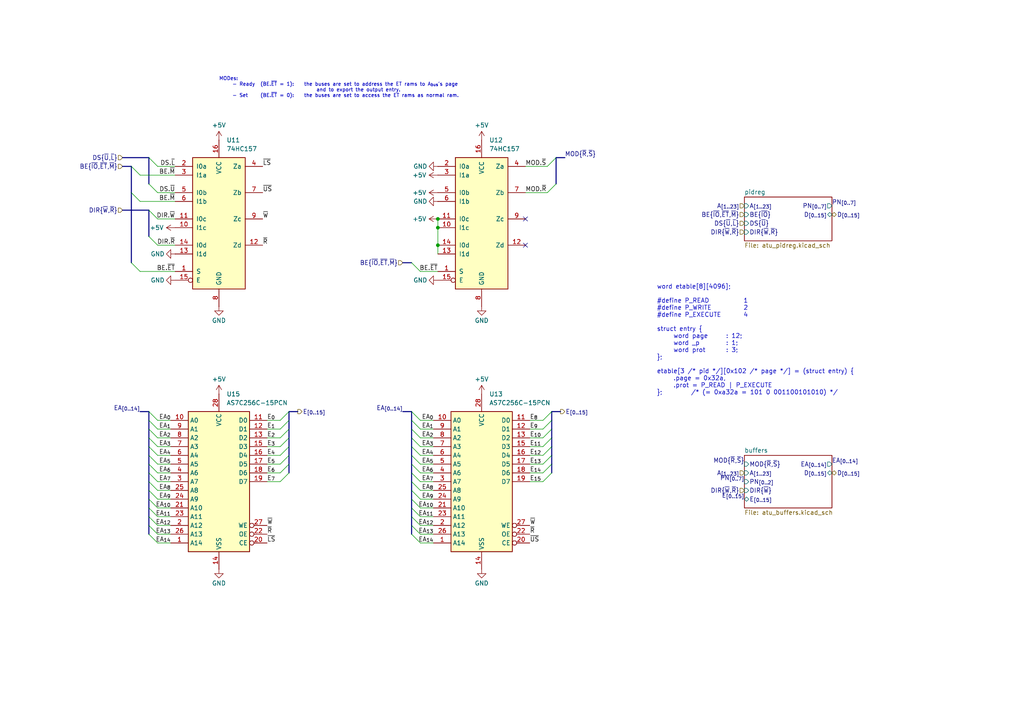
<source format=kicad_sch>
(kicad_sch (version 20250114) (generator "eeschema") (generator_version "9.0")
  (paper "A4")
  (lib_symbols
    (symbol "74xx:74LS157" (pin_names (offset 1.016))
      (property "Reference" "U" (at -7.62 19.05 0))
      (property "Value" "74LS157" (at -7.62 -21.59 0))
      (symbol "74LS157_1_0"
        (pin input line (at -12.7 15.24 0) (length 5.08) (name "I0a") (number "2"))
        (pin input line (at -12.7 12.7 0) (length 5.08) (name "I1a") (number "3"))
        (pin input line (at -12.7 7.62 0) (length 5.08) (name "I0b") (number "5"))
        (pin input line (at -12.7 5.08 0) (length 5.08) (name "I1b") (number "6"))
        (pin input line (at -12.7 0 0) (length 5.08) (name "I0c") (number "11"))
        (pin input line (at -12.7 -2.54 0) (length 5.08) (name "I1c") (number "10"))
        (pin input line (at -12.7 -7.62 0) (length 5.08) (name "I0d") (number "14"))
        (pin input line (at -12.7 -10.16 0) (length 5.08) (name "I1d") (number "13"))
        (pin input line (at -12.7 -15.24 0) (length 5.08) (name "S") (number "1"))
        (pin input inverted (at -12.7 -17.78 0) (length 5.08) (name "E") (number "15"))
        (pin power_in line (at 0 22.86 270) (length 5.08) (name "VCC") (number "16"))
        (pin power_in line (at 0 -25.4 90) (length 5.08) (name "GND") (number "8"))
        (pin output line (at 12.7 15.24 180) (length 5.08) (name "Za") (number "4"))
        (pin output line (at 12.7 7.62 180) (length 5.08) (name "Zb") (number "7"))
        (pin output line (at 12.7 0 180) (length 5.08) (name "Zc") (number "9"))
        (pin output line (at 12.7 -7.62 180) (length 5.08) (name "Zd") (number "12"))
      )
      (symbol "74LS157_1_1"
        (rectangle (start -7.62 17.78) (end 7.62 -20.32) (stroke (width 0.254)) (fill (type background)))
      )
    )
    (symbol "AS7C256C-15PCN:AS7C256C-15PCN"
      (property "Reference" "U" (at 3.81 26.67 0))
      (property "Value" "AS7C256C-15PCN" (at 3.81 24.13 0))
      (symbol "AS7C256C-15PCN_1_1"
        (rectangle (start -8.89 20.32) (end 8.89 -20.32) (stroke (width 0.254)) (fill (type background)))
        (pin input line (at -13.97 17.78 0) (length 5.08) (name "A0") (number "10"))
        (pin input line (at -13.97 15.24 0) (length 5.08) (name "A1") (number "9"))
        (pin input line (at -13.97 12.7 0) (length 5.08) (name "A2") (number "8"))
        (pin input line (at -13.97 10.16 0) (length 5.08) (name "A3") (number "7"))
        (pin input line (at -13.97 7.62 0) (length 5.08) (name "A4") (number "6"))
        (pin input line (at -13.97 5.08 0) (length 5.08) (name "A5") (number "5"))
        (pin input line (at -13.97 2.54 0) (length 5.08) (name "A6") (number "4"))
        (pin input line (at -13.97 0 0) (length 5.08) (name "A7") (number "3"))
        (pin input line (at -13.97 -2.54 0) (length 5.08) (name "A8") (number "25"))
        (pin input line (at -13.97 -5.08 0) (length 5.08) (name "A9") (number "24"))
        (pin input line (at -13.97 -7.62 0) (length 5.08) (name "A10") (number "21"))
        (pin input line (at -13.97 -10.16 0) (length 5.08) (name "A11") (number "23"))
        (pin input line (at -13.97 -12.7 0) (length 5.08) (name "A12") (number "2"))
        (pin input line (at -13.97 -15.24 0) (length 5.08) (name "A13") (number "26"))
        (pin input line (at -13.97 -17.78 0) (length 5.08) (name "A14") (number "1"))
        (pin power_in line (at 0 25.4 270) (length 5.08) (name "VCC") (number "28"))
        (pin power_in line (at 0 -25.4 90) (length 5.08) (name "VSS") (number "14"))
        (pin bidirectional line (at 13.97 17.78 180) (length 5.08) (name "D0") (number "11"))
        (pin bidirectional line (at 13.97 15.24 180) (length 5.08) (name "D1") (number "12"))
        (pin bidirectional line (at 13.97 12.7 180) (length 5.08) (name "D2") (number "13"))
        (pin bidirectional line (at 13.97 10.16 180) (length 5.08) (name "D3") (number "15"))
        (pin bidirectional line (at 13.97 7.62 180) (length 5.08) (name "D4") (number "16"))
        (pin bidirectional line (at 13.97 5.08 180) (length 5.08) (name "D5") (number "17"))
        (pin bidirectional line (at 13.97 2.54 180) (length 5.08) (name "D6") (number "18"))
        (pin bidirectional line (at 13.97 0 180) (length 5.08) (name "D7") (number "19"))
        (pin input inverted (at 13.97 -12.7 180) (length 5.08) (name "WE") (number "27"))
        (pin input inverted (at 13.97 -15.24 180) (length 5.08) (name "OE") (number "22"))
        (pin input inverted (at 13.97 -17.78 180) (length 5.08) (name "CE") (number "20"))
      )
    )
    (symbol "power:+9V" (power) (pin_numbers (hide yes)) (pin_names (offset 0) (hide yes))
      (property "Value" "+9V" (at 0 3.556 0))
      (symbol "+9V_0_1"
        (polyline (pts (xy -0.762 1.27) (xy 0 2.54)))
        (polyline (pts (xy 0 2.54) (xy 0.762 1.27)))
        (polyline (pts (xy 0 0) (xy 0 2.54)))
      )
      (symbol "+9V_1_1"
        (pin power_in line (at 0 0 90) (length 0) (name "~") (number "1"))
      )
    )
    (symbol "power:GND" (power) (pin_numbers (hide yes)) (pin_names (offset 0) (hide yes))
      (property "Value" "GND" (at 0 -3.81 0))
      (symbol "GND_0_1"
        (polyline (pts (xy 0 0) (xy 0 -1.27) (xy 1.27 -1.27) (xy 0 -2.54) (xy -1.27 -1.27) (xy 0 -1.27)))
      )
      (symbol "GND_1_1"
        (pin power_in line (at 0 0 270) (length 0) (name "~") (number "1"))
      )
    )
  )
  (text "MODes:\n	- Ready	(BE.~{ET} = 1):	the buses are set to address the ET rams to A_{bus}'s page\n							and to export the output entry.\n	- Set	(BE.~{ET} = 0):	the buses are set to access the ET rams as normal ram." (at 63.5 25.4 0) (effects (font (size 1.016 1.016)) (justify left)))
  (text "word etable[8][4096];\n\n#define P_READ		1\n#define P_WRITE		2\n#define P_EXECUTE	4\n\nstruct entry {\n	word page	: 12;\n	word _p		: 1;\n	word prot	: 3;\n};\n\netable[3 /* pid */][0x102 /* page */] = (struct entry) {\n	.page = 0x32a,\n	.prot = P_READ | P_EXECUTE\n};		/* (= 0xa32a = 101 0 001100101010) */" (at 190.5 82.55 0) (effects (font (size 1.27 1.27)) (justify left top)))
  (junction (at 127 66.04))
  (junction (at 127 63.5))
  (junction (at 127 71.12))
  (no_connect (at 152.4 63.5))
  (no_connect (at 152.4 71.12))
  (bus_entry (at 45.72 71.12) (size -2.54 -2.54))
  (bus_entry (at 81.28 124.46) (size 2.54 -2.54))
  (bus_entry (at 45.72 134.62) (size -2.54 -2.54))
  (bus_entry (at 157.48 129.54) (size 2.54 -2.54))
  (bus_entry (at 81.28 121.92) (size 2.54 -2.54))
  (bus_entry (at 121.92 129.54) (size -2.54 -2.54))
  (bus_entry (at 157.48 124.46) (size 2.54 -2.54))
  (bus_entry (at 45.72 152.4) (size -2.54 -2.54))
  (bus_entry (at 45.72 137.16) (size -2.54 -2.54))
  (bus_entry (at 157.48 134.62) (size 2.54 -2.54))
  (bus_entry (at 121.92 127) (size -2.54 -2.54))
  (bus_entry (at 121.92 134.62) (size -2.54 -2.54))
  (bus_entry (at 121.92 149.86) (size -2.54 -2.54))
  (bus_entry (at 81.28 132.08) (size 2.54 -2.54))
  (bus_entry (at 157.48 121.92) (size 2.54 -2.54))
  (bus_entry (at 45.72 142.24) (size -2.54 -2.54))
  (bus_entry (at 45.72 121.92) (size -2.54 -2.54))
  (bus_entry (at 121.92 137.16) (size -2.54 -2.54))
  (bus_entry (at 121.92 157.48) (size -2.54 -2.54))
  (bus_entry (at 45.72 132.08) (size -2.54 -2.54))
  (bus_entry (at 40.64 78.74) (size -2.54 -2.54))
  (bus_entry (at 157.48 132.08) (size 2.54 -2.54))
  (bus_entry (at 81.28 137.16) (size 2.54 -2.54))
  (bus_entry (at 81.28 134.62) (size 2.54 -2.54))
  (bus_entry (at 45.72 124.46) (size -2.54 -2.54))
  (bus_entry (at 158.75 48.26) (size 2.54 -2.54))
  (bus_entry (at 45.72 147.32) (size -2.54 -2.54))
  (bus_entry (at 45.72 63.5) (size -2.54 -2.54))
  (bus_entry (at 121.92 147.32) (size -2.54 -2.54))
  (bus_entry (at 158.75 55.88) (size 2.54 -2.54))
  (bus_entry (at 45.72 149.86) (size -2.54 -2.54))
  (bus_entry (at 121.92 139.7) (size -2.54 -2.54))
  (bus_entry (at 45.72 48.26) (size -2.54 -2.54))
  (bus_entry (at 40.64 50.8) (size -2.54 -2.54))
  (bus_entry (at 157.48 127) (size 2.54 -2.54))
  (bus_entry (at 45.72 144.78) (size -2.54 -2.54))
  (bus_entry (at 121.92 144.78) (size -2.54 -2.54))
  (bus_entry (at 45.72 127) (size -2.54 -2.54))
  (bus_entry (at 121.92 154.94) (size -2.54 -2.54))
  (bus_entry (at 81.28 127) (size 2.54 -2.54))
  (bus_entry (at 45.72 157.48) (size -2.54 -2.54))
  (bus_entry (at 121.92 142.24) (size -2.54 -2.54))
  (bus_entry (at 45.72 55.88) (size -2.54 -2.54))
  (bus_entry (at 157.48 137.16) (size 2.54 -2.54))
  (bus_entry (at 45.72 154.94) (size -2.54 -2.54))
  (bus_entry (at 121.92 132.08) (size -2.54 -2.54))
  (bus_entry (at 45.72 129.54) (size -2.54 -2.54))
  (bus_entry (at 40.64 58.42) (size -2.54 -2.54))
  (bus_entry (at 121.92 152.4) (size -2.54 -2.54))
  (bus_entry (at 45.72 139.7) (size -2.54 -2.54))
  (bus_entry (at 121.92 124.46) (size -2.54 -2.54))
  (bus_entry (at 157.48 139.7) (size 2.54 -2.54))
  (bus_entry (at 121.92 78.74) (size -2.54 -2.54))
  (bus_entry (at 81.28 139.7) (size 2.54 -2.54))
  (bus_entry (at 81.28 129.54) (size 2.54 -2.54))
  (bus_entry (at 121.92 121.92) (size -2.54 -2.54))
  (bus (pts (xy 119.38 124.46) (xy 119.38 127)))
  (wire (pts (xy 125.73 121.92) (xy 121.92 121.92)))
  (wire (pts (xy 153.67 121.92) (xy 157.48 121.92)))
  (wire (pts (xy 125.73 144.78) (xy 121.92 144.78)))
  (wire (pts (xy 127 66.04) (xy 127 71.12)))
  (wire (pts (xy 49.53 124.46) (xy 45.72 124.46)))
  (wire (pts (xy 49.53 142.24) (xy 45.72 142.24)))
  (bus (pts (xy 119.38 134.62) (xy 119.38 137.16)))
  (bus (pts (xy 160.02 134.62) (xy 160.02 132.08)))
  (bus (pts (xy 43.18 149.86) (xy 43.18 152.4)))
  (wire (pts (xy 49.53 129.54) (xy 45.72 129.54)))
  (bus (pts (xy 43.18 142.24) (xy 43.18 144.78)))
  (bus (pts (xy 119.38 119.38) (xy 119.38 121.92)))
  (bus (pts (xy 83.82 132.08) (xy 83.82 129.54)))
  (wire (pts (xy 77.47 134.62) (xy 81.28 134.62)))
  (bus (pts (xy 40.64 119.38) (xy 43.18 119.38)))
  (wire (pts (xy 127 63.5) (xy 127 66.04)))
  (wire (pts (xy 125.73 142.24) (xy 121.92 142.24)))
  (bus (pts (xy 119.38 137.16) (xy 119.38 139.7)))
  (bus (pts (xy 160.02 132.08) (xy 160.02 129.54)))
  (bus (pts (xy 35.56 48.26) (xy 38.1 48.26)))
  (bus (pts (xy 161.29 53.34) (xy 161.29 45.72)))
  (wire (pts (xy 125.73 124.46) (xy 121.92 124.46)))
  (wire (pts (xy 49.53 144.78) (xy 45.72 144.78)))
  (bus (pts (xy 119.38 132.08) (xy 119.38 134.62)))
  (wire (pts (xy 153.67 129.54) (xy 157.48 129.54)))
  (bus (pts (xy 160.02 127) (xy 160.02 124.46)))
  (wire (pts (xy 49.53 154.94) (xy 45.72 154.94)))
  (bus (pts (xy 83.82 127) (xy 83.82 124.46)))
  (bus (pts (xy 43.18 139.7) (xy 43.18 142.24)))
  (wire (pts (xy 49.53 134.62) (xy 45.72 134.62)))
  (wire (pts (xy 125.73 157.48) (xy 121.92 157.48)))
  (bus (pts (xy 43.18 137.16) (xy 43.18 139.7)))
  (wire (pts (xy 153.67 134.62) (xy 157.48 134.62)))
  (wire (pts (xy 125.73 127) (xy 121.92 127)))
  (wire (pts (xy 125.73 147.32) (xy 121.92 147.32)))
  (bus (pts (xy 43.18 127) (xy 43.18 129.54)))
  (wire (pts (xy 125.73 137.16) (xy 121.92 137.16)))
  (wire (pts (xy 152.4 55.88) (xy 158.75 55.88)))
  (bus (pts (xy 43.18 60.96) (xy 43.18 68.58)))
  (bus (pts (xy 43.18 152.4) (xy 43.18 154.94)))
  (bus (pts (xy 38.1 55.88) (xy 38.1 76.2)))
  (bus (pts (xy 83.82 137.16) (xy 83.82 134.62)))
  (wire (pts (xy 49.53 127) (xy 45.72 127)))
  (bus (pts (xy 43.18 144.78) (xy 43.18 147.32)))
  (wire (pts (xy 49.53 149.86) (xy 45.72 149.86)))
  (wire (pts (xy 77.47 137.16) (xy 81.28 137.16)))
  (bus (pts (xy 119.38 147.32) (xy 119.38 149.86)))
  (wire (pts (xy 40.64 58.42) (xy 50.8 58.42)))
  (wire (pts (xy 153.67 124.46) (xy 157.48 124.46)))
  (bus (pts (xy 160.02 121.92) (xy 160.02 119.38)))
  (wire (pts (xy 125.73 154.94) (xy 121.92 154.94)))
  (wire (pts (xy 127 71.12) (xy 127 73.66)))
  (bus (pts (xy 119.38 139.7) (xy 119.38 142.24)))
  (wire (pts (xy 125.73 152.4) (xy 121.92 152.4)))
  (bus (pts (xy 119.38 129.54) (xy 119.38 132.08)))
  (wire (pts (xy 77.47 129.54) (xy 81.28 129.54)))
  (bus (pts (xy 161.29 45.72) (xy 163.83 45.72)))
  (wire (pts (xy 77.47 121.92) (xy 81.28 121.92)))
  (wire (pts (xy 125.73 134.62) (xy 121.92 134.62)))
  (wire (pts (xy 49.53 139.7) (xy 45.72 139.7)))
  (bus (pts (xy 43.18 124.46) (xy 43.18 127)))
  (wire (pts (xy 49.53 132.08) (xy 45.72 132.08)))
  (bus (pts (xy 119.38 152.4) (xy 119.38 154.94)))
  (bus (pts (xy 119.38 144.78) (xy 119.38 147.32)))
  (wire (pts (xy 40.64 50.8) (xy 50.8 50.8)))
  (bus (pts (xy 43.18 121.92) (xy 43.18 124.46)))
  (bus (pts (xy 35.56 60.96) (xy 43.18 60.96)))
  (wire (pts (xy 50.8 48.26) (xy 45.72 48.26)))
  (bus (pts (xy 35.56 45.72) (xy 43.18 45.72)))
  (wire (pts (xy 40.64 78.74) (xy 50.8 78.74)))
  (wire (pts (xy 77.47 132.08) (xy 81.28 132.08)))
  (bus (pts (xy 38.1 48.26) (xy 38.1 55.88)))
  (bus (pts (xy 116.84 76.2) (xy 119.38 76.2)))
  (bus (pts (xy 83.82 134.62) (xy 83.82 132.08)))
  (bus (pts (xy 43.18 147.32) (xy 43.18 149.86)))
  (wire (pts (xy 152.4 48.26) (xy 158.75 48.26)))
  (bus (pts (xy 119.38 121.92) (xy 119.38 124.46)))
  (bus (pts (xy 83.82 129.54) (xy 83.82 127)))
  (bus (pts (xy 160.02 129.54) (xy 160.02 127)))
  (wire (pts (xy 49.53 157.48) (xy 45.72 157.48)))
  (wire (pts (xy 77.47 124.46) (xy 81.28 124.46)))
  (wire (pts (xy 49.53 121.92) (xy 45.72 121.92)))
  (bus (pts (xy 43.18 134.62) (xy 43.18 137.16)))
  (wire (pts (xy 121.92 78.74) (xy 127 78.74)))
  (bus (pts (xy 116.84 119.38) (xy 119.38 119.38)))
  (bus (pts (xy 43.18 45.72) (xy 43.18 53.34)))
  (wire (pts (xy 153.67 139.7) (xy 157.48 139.7)))
  (bus (pts (xy 162.56 119.38) (xy 160.02 119.38)))
  (wire (pts (xy 125.73 149.86) (xy 121.92 149.86)))
  (bus (pts (xy 43.18 132.08) (xy 43.18 134.62)))
  (wire (pts (xy 50.8 63.5) (xy 45.72 63.5)))
  (wire (pts (xy 77.47 127) (xy 81.28 127)))
  (wire (pts (xy 49.53 137.16) (xy 45.72 137.16)))
  (bus (pts (xy 160.02 124.46) (xy 160.02 121.92)))
  (wire (pts (xy 125.73 129.54) (xy 121.92 129.54)))
  (wire (pts (xy 50.8 71.12) (xy 45.72 71.12)))
  (wire (pts (xy 153.67 132.08) (xy 157.48 132.08)))
  (bus (pts (xy 83.82 124.46) (xy 83.82 121.92)))
  (bus (pts (xy 43.18 119.38) (xy 43.18 121.92)))
  (wire (pts (xy 49.53 147.32) (xy 45.72 147.32)))
  (wire (pts (xy 77.47 139.7) (xy 81.28 139.7)))
  (bus (pts (xy 83.82 121.92) (xy 83.82 119.38)))
  (bus (pts (xy 119.38 149.86) (xy 119.38 152.4)))
  (bus (pts (xy 43.18 129.54) (xy 43.18 132.08)))
  (bus (pts (xy 119.38 127) (xy 119.38 129.54)))
  (wire (pts (xy 153.67 137.16) (xy 157.48 137.16)))
  (wire (pts (xy 125.73 132.08) (xy 121.92 132.08)))
  (wire (pts (xy 153.67 127) (xy 157.48 127)))
  (bus (pts (xy 119.38 142.24) (xy 119.38 144.78)))
  (wire (pts (xy 49.53 152.4) (xy 45.72 152.4)))
  (wire (pts (xy 125.73 139.7) (xy 121.92 139.7)))
  (bus (pts (xy 86.36 119.38) (xy 83.82 119.38)))
  (wire (pts (xy 50.8 55.88) (xy 45.72 55.88)))
  (bus (pts (xy 160.02 137.16) (xy 160.02 134.62)))
  (label "EA_{1}" (at 125.73 124.46 180))
  (label "E_{14}" (at 153.67 137.16 0))
  (label "MOD{~{R},~{S}}" (at 163.83 45.72 0))
  (label "EA_{13}" (at 49.53 154.94 180))
  (label "E_{10}" (at 153.67 127 0))
  (label "~{W}" (at 77.47 152.4 0))
  (label "EA_{10}" (at 49.53 147.32 180))
  (label "MOD.~{S}" (at 152.4 48.26 0))
  (label "EA_{[0..14]}" (at 40.64 119.38 180))
  (label "E_{2}" (at 77.47 127 0))
  (label "EA_{4}" (at 125.73 132.08 180))
  (label "E_{13}" (at 153.67 134.62 0))
  (label "EA_{2}" (at 49.53 127 180))
  (label "EA_{4}" (at 49.53 132.08 180))
  (label "E_{5}" (at 77.47 134.62 0))
  (label "EA_{9}" (at 49.53 144.78 180))
  (label "EA_{8}" (at 125.73 142.24 180))
  (label "EA_{11}" (at 49.53 149.86 180))
  (label "~{W}" (at 153.67 152.4 0))
  (label "EA_{12}" (at 125.73 152.4 180))
  (label "EA_{6}" (at 125.73 137.16 180))
  (label "~{R}" (at 153.67 154.94 0))
  (label "PN_{[0..7]}" (at 215.9 139.7 180))
  (label "EA_{3}" (at 125.73 129.54 180))
  (label "E_{0}" (at 77.47 121.92 0))
  (label "E_{1}" (at 77.47 124.46 0))
  (label "EA_{0}" (at 125.73 121.92 180))
  (label "EA_{10}" (at 125.73 147.32 180))
  (label "E_{9}" (at 153.67 124.46 0))
  (label "E_{3}" (at 77.47 129.54 0))
  (label "EA_{7}" (at 49.53 139.7 180))
  (label "E_{7}" (at 77.47 139.7 0))
  (label "E_{12}" (at 153.67 132.08 0))
  (label "~{R}" (at 77.47 154.94 0))
  (label "MOD{~{R},~{S}}" (at 215.9 134.62 180))
  (label "~{W}" (at 76.2 63.5 0))
  (label "EA_{12}" (at 49.53 152.4 180))
  (label "EA_{1}" (at 49.53 124.46 180))
  (label "EA_{8}" (at 49.53 142.24 180))
  (label "BE.~{M}" (at 50.8 58.42 180))
  (label "EA_{13}" (at 125.73 154.94 180))
  (label "BE.~{ET}" (at 127 78.74 180))
  (label "DIR.~{W}" (at 50.8 63.5 180))
  (label "~{LS}" (at 76.2 48.26 0))
  (label "EA_{0}" (at 49.53 121.92 180))
  (label "~{US}" (at 76.2 55.88 0))
  (label "EA_{[0..14]}" (at 116.84 119.38 180))
  (label "DIR.~{R}" (at 50.8 71.12 180))
  (label "BE.~{M}" (at 50.8 50.8 180))
  (label "BE.~{ET}" (at 50.8 78.74 180))
  (label "EA_{5}" (at 125.73 134.62 180))
  (label "E_{8}" (at 153.67 121.92 0))
  (label "~{R}" (at 76.2 71.12 0))
  (label "EA_{14}" (at 125.73 157.48 180))
  (label "EA_{2}" (at 125.73 127 180))
  (label "EA_{9}" (at 125.73 144.78 180))
  (label "EA_{6}" (at 49.53 137.16 180))
  (label "E_{11}" (at 153.67 129.54 0))
  (label "E_{[0..15]}" (at 215.9 144.78 180))
  (label "EA_{5}" (at 49.53 134.62 180))
  (label "EA_{3}" (at 49.53 129.54 180))
  (label "~{LS}" (at 77.47 157.48 0))
  (label "~{US}" (at 153.67 157.48 0))
  (label "PN_{[0..7]}" (at 241.3 59.69 0))
  (label "EA_{7}" (at 125.73 139.7 180))
  (label "MOD.~{R}" (at 152.4 55.88 0))
  (label "EA_{14}" (at 49.53 157.48 180))
  (label "EA_{11}" (at 125.73 149.86 180))
  (label "E_{15}" (at 153.67 139.7 0))
  (label "DS.~{U}" (at 50.8 55.88 180))
  (label "E_{6}" (at 77.47 137.16 0))
  (label "E_{4}" (at 77.47 132.08 0))
  (label "EA_{[0..14]}" (at 241.3 134.62 0))
  (label "DS.~{L}" (at 50.8 48.26 180))
  (hierarchical_label "E_{[0..15]}" (shape output) (at 86.36 119.38 0))
  (hierarchical_label "DS{~{U},~{L}}" (shape input) (at 215.9 64.77 180))
  (hierarchical_label "BE{~{IO},~{ET},~{M}}" (shape input) (at 35.56 48.26 180))
  (hierarchical_label "E_{[0..15]}" (shape output) (at 162.56 119.38 0))
  (hierarchical_label "D_{[0..15]}" (shape bidirectional) (at 241.3 137.16 0))
  (hierarchical_label "DIR{~{W},~{R}}" (shape input) (at 215.9 142.24 180))
  (hierarchical_label "A_{[1..23]}" (shape input) (at 215.9 137.16 180))
  (hierarchical_label "BE{~{IO},~{ET},~{M}}" (shape input) (at 215.9 62.23 180))
  (hierarchical_label "DIR{~{W},~{R}}" (shape input) (at 35.56 60.96 180))
  (hierarchical_label "A_{[1..23]}" (shape input) (at 215.9 59.69 180))
  (hierarchical_label "D_{[0..15]}" (shape bidirectional) (at 241.3 62.23 0))
  (hierarchical_label "DS{~{U},~{L}}" (shape input) (at 35.56 45.72 180))
  (hierarchical_label "BE{~{IO},~{ET},~{M}}" (shape input) (at 116.84 76.2 180))
  (hierarchical_label "DIR{~{W},~{R}}" (shape input) (at 215.9 67.31 180))
  (symbol (lib_id "AS7C256C-15PCN:AS7C256C-15PCN") (at 63.5 139.7 0) (unit 1)
    (property "Reference" "U15" (at 65.6941 114.3 0) (effects (justify left)))
    (property "Value" "AS7C256C-15PCN" (at 65.6941 116.84 0) (effects (justify left)))
    (property "Description" "SRAM 256K, SRAM, 32K x 8, 5V, 28pin PDIP, 15ns, Commercial Temp, C Die" (effects (hide yes)))
    (property "Height" "5.334" (effects (hide yes)))
    (property "Manufacturer_Name" "Alliance Memory" (effects (hide yes)))
    (property "Manufacturer_Part_Number" "AS7C256C-15PCN" (effects (hide yes)))
  )
  (symbol (lib_id "AS7C256C-15PCN:AS7C256C-15PCN") (at 139.7 139.7 0) (unit 1)
    (property "Reference" "U13" (at 141.8941 114.3 0) (effects (justify left)))
    (property "Value" "AS7C256C-15PCN" (at 141.8941 116.84 0) (effects (justify left)))
    (property "Description" "SRAM 256K, SRAM, 32K x 8, 5V, 28pin PDIP, 15ns, Commercial Temp, C Die" (effects (hide yes)))
    (property "Height" "5.334" (effects (hide yes)))
    (property "Manufacturer_Name" "Alliance Memory" (effects (hide yes)))
    (property "Manufacturer_Part_Number" "AS7C256C-15PCN" (effects (hide yes)))
  )
  (symbol (lib_id "power:GND") (at 63.5 165.1 0) (mirror y) (unit 1)
    (property "Reference" "#PWR052" (effects (hide yes)))
    (property "Value" "GND" (at 63.5 169.164 0))
    (property "Description" "Power symbol creates a global label with name \"GND\" , ground" (effects (hide yes)))
  )
  (symbol (lib_id "power:+9V") (at 139.7 40.64 0) (unit 1)
    (property "Reference" "#PWR031" (effects (hide yes)))
    (property "Value" "+5V" (at 139.7 36.322 0))
    (property "Description" "Power symbol creates a global label with name \"+9V\"" (effects (hide yes)))
  )
  (symbol (lib_id "74xx:74LS157") (at 63.5 63.5 0) (unit 1)
    (property "Reference" "U11" (at 65.6941 40.64 0) (effects (justify left)))
    (property "Value" "74HC157" (at 65.6941 43.18 0) (effects (justify left)))
    (property "Footprint" "Package_DIP:DIP-16_W7.62mm_Socket" (effects (hide yes)))
    (property "Datasheet" "http://www.ti.com/lit/gpn/sn74LS157" (effects (hide yes)))
    (property "Description" "Quad 2 to 1 line Multiplexer" (effects (hide yes)))
  )
  (symbol (lib_id "power:GND") (at 127 48.26 270) (unit 1)
    (property "Reference" "#PWR032" (effects (hide yes)))
    (property "Value" "GND" (at 123.952 48.26 90) (effects (justify right)))
    (property "Description" "Power symbol creates a global label with name \"GND\" , ground" (effects (hide yes)))
  )
  (symbol (lib_id "power:GND") (at 127 81.28 270) (unit 1)
    (property "Reference" "#PWR040" (effects (hide yes)))
    (property "Value" "GND" (at 123.952 81.28 90) (effects (justify right)))
    (property "Description" "Power symbol creates a global label with name \"GND\" , ground" (effects (hide yes)))
  )
  (symbol (lib_id "power:GND") (at 139.7 165.1 0) (mirror y) (unit 1)
    (property "Reference" "#PWR044" (effects (hide yes)))
    (property "Value" "GND" (at 139.7 169.164 0))
    (property "Description" "Power symbol creates a global label with name \"GND\" , ground" (effects (hide yes)))
  )
  (symbol (lib_id "power:+9V") (at 63.5 40.64 0) (unit 1)
    (property "Reference" "#PWR030" (effects (hide yes)))
    (property "Value" "+5V" (at 63.5 36.322 0))
    (property "Description" "Power symbol creates a global label with name \"+9V\"" (effects (hide yes)))
  )
  (symbol (lib_id "power:GND") (at 63.5 88.9 0) (mirror y) (unit 1)
    (property "Reference" "#PWR041" (effects (hide yes)))
    (property "Value" "GND" (at 63.5 92.964 0))
    (property "Description" "Power symbol creates a global label with name \"GND\" , ground" (effects (hide yes)))
  )
  (symbol (lib_id "power:+9V") (at 127 50.8 90) (mirror x) (unit 1)
    (property "Reference" "#PWR033" (effects (hide yes)))
    (property "Value" "+5V" (at 123.698 50.8 90) (effects (justify left)))
    (property "Description" "Power symbol creates a global label with name \"+9V\"" (effects (hide yes)))
  )
  (symbol (lib_id "74xx:74LS157") (at 139.7 63.5 0) (unit 1)
    (property "Reference" "U12" (at 141.8941 40.64 0) (effects (justify left)))
    (property "Value" "74HC157" (at 141.8941 43.18 0) (effects (justify left)))
    (property "Footprint" "Package_DIP:DIP-16_W7.62mm_Socket" (effects (hide yes)))
    (property "Datasheet" "http://www.ti.com/lit/gpn/sn74LS157" (effects (hide yes)))
    (property "Description" "Quad 2 to 1 line Multiplexer" (effects (hide yes)))
  )
  (symbol (lib_id "power:GND") (at 50.8 81.28 270) (unit 1)
    (property "Reference" "#PWR039" (effects (hide yes)))
    (property "Value" "GND" (at 47.752 81.28 90) (effects (justify right)))
    (property "Description" "Power symbol creates a global label with name \"GND\" , ground" (effects (hide yes)))
  )
  (symbol (lib_id "power:GND") (at 139.7 88.9 0) (mirror y) (unit 1)
    (property "Reference" "#PWR042" (effects (hide yes)))
    (property "Value" "GND" (at 139.7 92.964 0))
    (property "Description" "Power symbol creates a global label with name \"GND\" , ground" (effects (hide yes)))
  )
  (symbol (lib_id "power:+9V") (at 127 55.88 90) (mirror x) (unit 1)
    (property "Reference" "#PWR034" (effects (hide yes)))
    (property "Value" "+5V" (at 123.698 55.88 90) (effects (justify left)))
    (property "Description" "Power symbol creates a global label with name \"+9V\"" (effects (hide yes)))
  )
  (symbol (lib_id "power:GND") (at 50.8 73.66 270) (unit 1)
    (property "Reference" "#PWR038" (effects (hide yes)))
    (property "Value" "GND" (at 47.752 73.66 90) (effects (justify right)))
    (property "Description" "Power symbol creates a global label with name \"GND\" , ground" (effects (hide yes)))
  )
  (symbol (lib_id "power:+9V") (at 127 63.5 90) (mirror x) (unit 1)
    (property "Reference" "#PWR036" (effects (hide yes)))
    (property "Value" "+5V" (at 123.698 63.5 90) (effects (justify left)))
    (property "Description" "Power symbol creates a global label with name \"+9V\"" (effects (hide yes)))
  )
  (symbol (lib_id "power:+9V") (at 139.7 114.3 0) (unit 1)
    (property "Reference" "#PWR043" (effects (hide yes)))
    (property "Value" "+5V" (at 139.7 109.982 0))
    (property "Description" "Power symbol creates a global label with name \"+9V\"" (effects (hide yes)))
  )
  (symbol (lib_id "power:+9V") (at 63.5 114.3 0) (unit 1)
    (property "Reference" "#PWR051" (effects (hide yes)))
    (property "Value" "+5V" (at 63.5 109.982 0))
    (property "Description" "Power symbol creates a global label with name \"+9V\"" (effects (hide yes)))
  )
  (symbol (lib_id "power:GND") (at 127 58.42 270) (unit 1)
    (property "Reference" "#PWR035" (effects (hide yes)))
    (property "Value" "GND" (at 123.952 58.42 90) (effects (justify right)))
    (property "Description" "Power symbol creates a global label with name \"GND\" , ground" (effects (hide yes)))
  )
  (symbol (lib_id "power:+9V") (at 50.8 66.04 90) (mirror x) (unit 1)
    (property "Reference" "#PWR037" (effects (hide yes)))
    (property "Value" "+5V" (at 47.498 66.04 90) (effects (justify left)))
    (property "Description" "Power symbol creates a global label with name \"+9V\"" (effects (hide yes)))
  )
  (sheet (at 215.9 57.15) (size 25.4 12.7) (stroke (width 0.1524))
    (property "Sheetname" "pidreg" (at 215.9 56.4384 0) (effects (justify left bottom)))
    (property "Sheetfile" "atu_pidreg.kicad_sch" (at 215.9 70.4346 0) (effects (justify left top)))
    (pin "PN_{[0..7]}" output (at 241.3 59.69 0))
    (pin "DIR{~{W},~{R}}" input (at 215.9 67.31 180))
    (pin "D_{[0..15]}" bidirectional (at 241.3 62.23 0))
    (pin "BE{~{IO}}" input (at 215.9 62.23 180))
    (pin "DS{~{U}}" input (at 215.9 64.77 180))
    (pin "A_{[1..23]}" input (at 215.9 59.69 180))
  )
  (sheet (at 215.9 132.08) (size 25.4 15.24) (stroke (width 0.1524))
    (property "Sheetname" "buffers" (at 215.9 131.3684 0) (effects (justify left bottom)))
    (property "Sheetfile" "atu_buffers.kicad_sch" (at 215.9 147.9046 0) (effects (justify left top)))
    (pin "E_{[0..15]}" bidirectional (at 215.9 144.78 180))
    (pin "D_{[0..15]}" bidirectional (at 241.3 137.16 0))
    (pin "MOD{~{R},~{S}}" input (at 215.9 134.62 180))
    (pin "DIR{~{W}}" input (at 215.9 142.24 180))
    (pin "EA_{[0..14]}" output (at 241.3 134.62 0))
    (pin "A_{[1..23]}" input (at 215.9 137.16 180))
    (pin "PN_{[0..2]}" input (at 215.9 139.7 180))
  )
)
</source>
